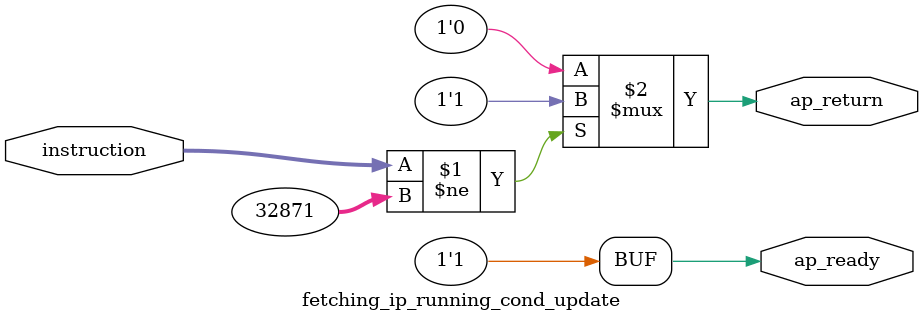
<source format=v>

`timescale 1 ns / 1 ps 

module fetching_ip_running_cond_update (
        ap_ready,
        instruction,
        ap_return
);


output   ap_ready;
input  [31:0] instruction;
output  [0:0] ap_return;

assign ap_ready = 1'b1;

assign ap_return = ((instruction != 32'd32871) ? 1'b1 : 1'b0);

endmodule //fetching_ip_running_cond_update

</source>
